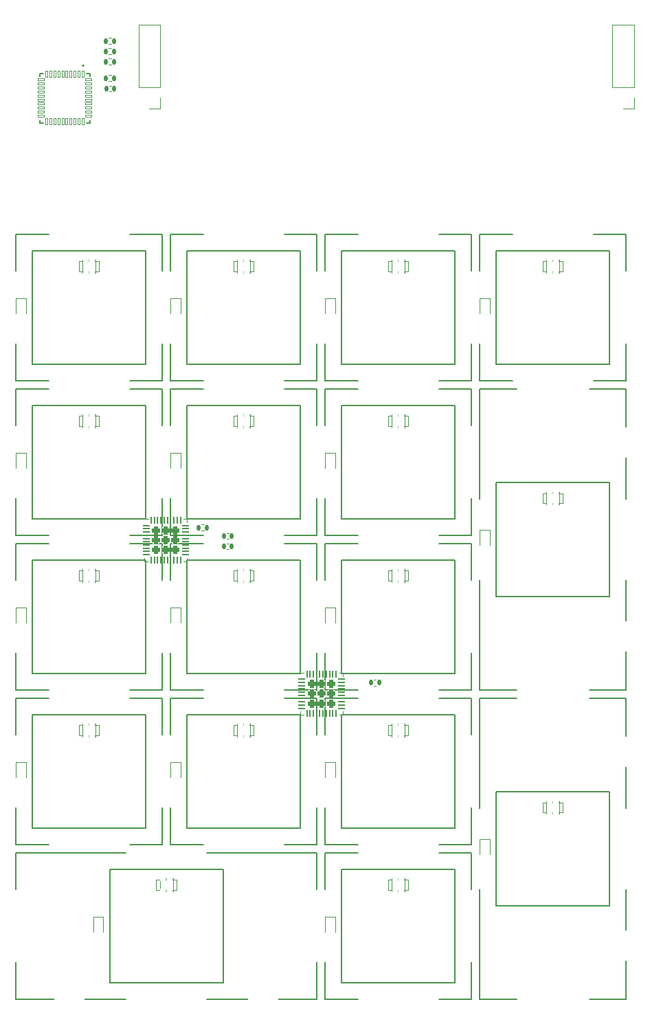
<source format=gto>
G04 #@! TF.GenerationSoftware,KiCad,Pcbnew,(6.0.5)*
G04 #@! TF.CreationDate,2022-07-11T19:37:47+02:00*
G04 #@! TF.ProjectId,Numpad,4e756d70-6164-42e6-9b69-6361645f7063,rev?*
G04 #@! TF.SameCoordinates,Original*
G04 #@! TF.FileFunction,Legend,Top*
G04 #@! TF.FilePolarity,Positive*
%FSLAX46Y46*%
G04 Gerber Fmt 4.6, Leading zero omitted, Abs format (unit mm)*
G04 Created by KiCad (PCBNEW (6.0.5)) date 2022-07-11 19:37:47*
%MOMM*%
%LPD*%
G01*
G04 APERTURE LIST*
G04 Aperture macros list*
%AMRoundRect*
0 Rectangle with rounded corners*
0 $1 Rounding radius*
0 $2 $3 $4 $5 $6 $7 $8 $9 X,Y pos of 4 corners*
0 Add a 4 corners polygon primitive as box body*
4,1,4,$2,$3,$4,$5,$6,$7,$8,$9,$2,$3,0*
0 Add four circle primitives for the rounded corners*
1,1,$1+$1,$2,$3*
1,1,$1+$1,$4,$5*
1,1,$1+$1,$6,$7*
1,1,$1+$1,$8,$9*
0 Add four rect primitives between the rounded corners*
20,1,$1+$1,$2,$3,$4,$5,0*
20,1,$1+$1,$4,$5,$6,$7,0*
20,1,$1+$1,$6,$7,$8,$9,0*
20,1,$1+$1,$8,$9,$2,$3,0*%
G04 Aperture macros list end*
%ADD10C,0.120000*%
%ADD11C,0.150000*%
%ADD12C,0.127000*%
%ADD13C,0.200000*%
%ADD14R,0.700000X0.600000*%
%ADD15C,3.000000*%
%ADD16C,4.000000*%
%ADD17C,3.048000*%
%ADD18C,3.987800*%
%ADD19R,0.650000X0.600000*%
%ADD20RoundRect,0.135000X-0.135000X-0.185000X0.135000X-0.185000X0.135000X0.185000X-0.135000X0.185000X0*%
%ADD21RoundRect,0.135000X0.135000X0.185000X-0.135000X0.185000X-0.135000X-0.185000X0.135000X-0.185000X0*%
%ADD22RoundRect,0.008100X-0.126900X0.421900X-0.126900X-0.421900X0.126900X-0.421900X0.126900X0.421900X0*%
%ADD23RoundRect,0.008100X-0.421900X-0.126900X0.421900X-0.126900X0.421900X0.126900X-0.421900X0.126900X0*%
%ADD24R,4.100000X4.100000*%
%ADD25R,1.700000X1.700000*%
%ADD26O,1.700000X1.700000*%
%ADD27RoundRect,0.140000X-0.140000X-0.170000X0.140000X-0.170000X0.140000X0.170000X-0.140000X0.170000X0*%
%ADD28RoundRect,0.062500X-0.350000X-0.062500X0.350000X-0.062500X0.350000X0.062500X-0.350000X0.062500X0*%
%ADD29RoundRect,0.062500X-0.062500X-0.350000X0.062500X-0.350000X0.062500X0.350000X-0.062500X0.350000X0*%
%ADD30RoundRect,0.242500X-0.242500X-0.242500X0.242500X-0.242500X0.242500X0.242500X-0.242500X0.242500X0*%
%ADD31RoundRect,0.140000X0.140000X0.170000X-0.140000X0.170000X-0.140000X-0.170000X0.140000X-0.170000X0*%
G04 APERTURE END LIST*
D10*
X26689000Y-60610000D02*
X25489000Y-60610000D01*
X25489000Y-62460000D02*
X25489000Y-60610000D01*
X26689000Y-62460000D02*
X26689000Y-60610000D01*
D11*
X48994000Y-128960000D02*
X62544000Y-128960000D01*
D10*
X45264000Y-133520000D02*
X42764000Y-133520000D01*
D11*
X48994000Y-146960000D02*
X62544000Y-146960000D01*
X25494000Y-128960000D02*
X25494000Y-133460000D01*
X25494000Y-146960000D02*
X39044000Y-146960000D01*
X37019000Y-144960000D02*
X37019000Y-130960000D01*
X37019000Y-130960000D02*
X51019000Y-130960000D01*
X25494000Y-142460000D02*
X25494000Y-146960000D01*
X62544000Y-133460000D02*
X62544000Y-128960000D01*
X51019000Y-130960000D02*
X51019000Y-144960000D01*
X51019000Y-144960000D02*
X37019000Y-144960000D01*
D10*
X45264000Y-132270000D02*
X42764000Y-132270000D01*
X42764000Y-132270000D02*
X42764000Y-133520000D01*
X45264000Y-133520000D02*
X45264000Y-132270000D01*
D11*
X25494000Y-128960000D02*
X39044000Y-128960000D01*
X62544000Y-142460000D02*
X62544000Y-146960000D01*
D10*
X71794000Y-95595000D02*
X71794000Y-93995000D01*
X73394000Y-95595000D02*
X73394000Y-93995000D01*
X73394000Y-95595000D02*
X71794000Y-95595000D01*
X71794000Y-93995000D02*
X73394000Y-93995000D01*
X73394000Y-93995000D02*
X73394000Y-95595000D01*
X36930359Y-30606000D02*
X37237641Y-30606000D01*
X36930359Y-29846000D02*
X37237641Y-29846000D01*
X37237641Y-33148000D02*
X36930359Y-33148000D01*
X37237641Y-33908000D02*
X36930359Y-33908000D01*
D12*
X34564000Y-32913000D02*
X34564000Y-33258000D01*
X34564000Y-39013000D02*
X34564000Y-38668000D01*
X28464000Y-39013000D02*
X28464000Y-38668000D01*
X34564000Y-39013000D02*
X34219000Y-39013000D01*
X28464000Y-32913000D02*
X28809000Y-32913000D01*
X28464000Y-39013000D02*
X28809000Y-39013000D01*
X34564000Y-32913000D02*
X34219000Y-32913000D01*
X28464000Y-32913000D02*
X28464000Y-33258000D01*
D13*
X33864000Y-31968000D02*
G75*
G03*
X33864000Y-31968000I-100000J0D01*
G01*
D10*
X45739000Y-98710000D02*
X44539000Y-98710000D01*
X45739000Y-100560000D02*
X45739000Y-98710000D01*
X44539000Y-100560000D02*
X44539000Y-98710000D01*
X69853641Y-108380000D02*
X69546359Y-108380000D01*
X69853641Y-107620000D02*
X69546359Y-107620000D01*
X54789000Y-114470000D02*
X52289000Y-114470000D01*
X54789000Y-114470000D02*
X54789000Y-113220000D01*
D11*
X46539000Y-125915000D02*
X46539000Y-111915000D01*
X44544000Y-109910000D02*
X48544000Y-109910000D01*
X60539000Y-125915000D02*
X46539000Y-125915000D01*
X46539000Y-111915000D02*
X60539000Y-111915000D01*
X44544000Y-123410000D02*
X44544000Y-127910000D01*
X62544000Y-123410000D02*
X62544000Y-127910000D01*
X44544000Y-109910000D02*
X44544000Y-114410000D01*
X62544000Y-109910000D02*
X58544000Y-109910000D01*
X58544000Y-127910000D02*
X62544000Y-127910000D01*
D10*
X54789000Y-113220000D02*
X52289000Y-113220000D01*
D11*
X44544000Y-127910000D02*
X48544000Y-127910000D01*
X62544000Y-114410000D02*
X62544000Y-109910000D01*
X60539000Y-111915000D02*
X60539000Y-125915000D01*
D10*
X52289000Y-113220000D02*
X52289000Y-114470000D01*
X73839000Y-133520000D02*
X71339000Y-133520000D01*
D11*
X63594000Y-128960000D02*
X63594000Y-133460000D01*
X79589000Y-130965000D02*
X79589000Y-144965000D01*
D10*
X73839000Y-132270000D02*
X71339000Y-132270000D01*
D11*
X81594000Y-142460000D02*
X81594000Y-146960000D01*
X63594000Y-128960000D02*
X67594000Y-128960000D01*
X63594000Y-142460000D02*
X63594000Y-146960000D01*
D10*
X71339000Y-132270000D02*
X71339000Y-133520000D01*
D11*
X63594000Y-146960000D02*
X67594000Y-146960000D01*
X81594000Y-128960000D02*
X77594000Y-128960000D01*
X65589000Y-130965000D02*
X79589000Y-130965000D01*
X65589000Y-144965000D02*
X65589000Y-130965000D01*
X77594000Y-146960000D02*
X81594000Y-146960000D01*
D10*
X73839000Y-133520000D02*
X73839000Y-132270000D01*
D11*
X79589000Y-144965000D02*
X65589000Y-144965000D01*
X81594000Y-133460000D02*
X81594000Y-128960000D01*
D10*
X71794000Y-55895000D02*
X73394000Y-55895000D01*
X73394000Y-57495000D02*
X71794000Y-57495000D01*
X71794000Y-57495000D02*
X71794000Y-55895000D01*
X73394000Y-57495000D02*
X73394000Y-55895000D01*
X73394000Y-55895000D02*
X73394000Y-57495000D01*
X35294000Y-114645000D02*
X33694000Y-114645000D01*
X35294000Y-114645000D02*
X35294000Y-113045000D01*
X33694000Y-113045000D02*
X35294000Y-113045000D01*
X33694000Y-114645000D02*
X33694000Y-113045000D01*
X35294000Y-113045000D02*
X35294000Y-114645000D01*
D11*
X44544000Y-52760000D02*
X44544000Y-57260000D01*
X62544000Y-66260000D02*
X62544000Y-70760000D01*
X60539000Y-54765000D02*
X60539000Y-68765000D01*
X62544000Y-57260000D02*
X62544000Y-52760000D01*
D10*
X54789000Y-57320000D02*
X54789000Y-56070000D01*
D11*
X44544000Y-52760000D02*
X48544000Y-52760000D01*
X46539000Y-54765000D02*
X60539000Y-54765000D01*
D10*
X54789000Y-56070000D02*
X52289000Y-56070000D01*
X54789000Y-57320000D02*
X52289000Y-57320000D01*
X52289000Y-56070000D02*
X52289000Y-57320000D01*
D11*
X62544000Y-52760000D02*
X58544000Y-52760000D01*
X60539000Y-68765000D02*
X46539000Y-68765000D01*
X44544000Y-70760000D02*
X48544000Y-70760000D01*
X46539000Y-68765000D02*
X46539000Y-54765000D01*
X58544000Y-70760000D02*
X62544000Y-70760000D01*
X44544000Y-66260000D02*
X44544000Y-70760000D01*
D10*
X25489000Y-81510000D02*
X25489000Y-79660000D01*
X26689000Y-79660000D02*
X25489000Y-79660000D01*
X26689000Y-81510000D02*
X26689000Y-79660000D01*
X64789000Y-98710000D02*
X63589000Y-98710000D01*
X63589000Y-100560000D02*
X63589000Y-98710000D01*
X64789000Y-100560000D02*
X64789000Y-98710000D01*
X63589000Y-62460000D02*
X63589000Y-60610000D01*
X64789000Y-60610000D02*
X63589000Y-60610000D01*
X64789000Y-62460000D02*
X64789000Y-60610000D01*
X54344000Y-57495000D02*
X54344000Y-55895000D01*
X52744000Y-55895000D02*
X54344000Y-55895000D01*
X54344000Y-55895000D02*
X54344000Y-57495000D01*
X54344000Y-57495000D02*
X52744000Y-57495000D01*
X52744000Y-57495000D02*
X52744000Y-55895000D01*
D11*
X84644000Y-135435000D02*
X84644000Y-121435000D01*
X82644000Y-123460000D02*
X82644000Y-109910000D01*
X87144000Y-109910000D02*
X82644000Y-109910000D01*
X96144000Y-146960000D02*
X100644000Y-146960000D01*
D10*
X90389000Y-122745000D02*
X90389000Y-123995000D01*
D11*
X98644000Y-121435000D02*
X98644000Y-135435000D01*
X82644000Y-146960000D02*
X87144000Y-146960000D01*
X82644000Y-146960000D02*
X82644000Y-133410000D01*
X96144000Y-109910000D02*
X100644000Y-109910000D01*
X100644000Y-146960000D02*
X100644000Y-133410000D01*
X84644000Y-121435000D02*
X98644000Y-121435000D01*
X98644000Y-135435000D02*
X84644000Y-135435000D01*
D10*
X92889000Y-123995000D02*
X92889000Y-122745000D01*
X92889000Y-123995000D02*
X90389000Y-123995000D01*
X92889000Y-122745000D02*
X90389000Y-122745000D01*
D11*
X100644000Y-123460000D02*
X100644000Y-109910000D01*
D10*
X33694000Y-95595000D02*
X33694000Y-93995000D01*
X35294000Y-95595000D02*
X35294000Y-93995000D01*
X35294000Y-95595000D02*
X33694000Y-95595000D01*
X33694000Y-93995000D02*
X35294000Y-93995000D01*
X35294000Y-93995000D02*
X35294000Y-95595000D01*
X73394000Y-113045000D02*
X73394000Y-114645000D01*
X71794000Y-113045000D02*
X73394000Y-113045000D01*
X73394000Y-114645000D02*
X73394000Y-113045000D01*
X71794000Y-114645000D02*
X71794000Y-113045000D01*
X73394000Y-114645000D02*
X71794000Y-114645000D01*
X48667641Y-89280000D02*
X48360359Y-89280000D01*
X48667641Y-88520000D02*
X48360359Y-88520000D01*
X54344000Y-76545000D02*
X52744000Y-76545000D01*
X52744000Y-76545000D02*
X52744000Y-74945000D01*
X52744000Y-74945000D02*
X54344000Y-74945000D01*
X54344000Y-74945000D02*
X54344000Y-76545000D01*
X54344000Y-76545000D02*
X54344000Y-74945000D01*
X90389000Y-56070000D02*
X90389000Y-57320000D01*
D11*
X100644000Y-57260000D02*
X100644000Y-52760000D01*
X82644000Y-70760000D02*
X86644000Y-70760000D01*
X100644000Y-66260000D02*
X100644000Y-70760000D01*
D10*
X92889000Y-57320000D02*
X90389000Y-57320000D01*
D11*
X82644000Y-52760000D02*
X82644000Y-57260000D01*
X96644000Y-70760000D02*
X100644000Y-70760000D01*
X82644000Y-52760000D02*
X86644000Y-52760000D01*
X84639000Y-54765000D02*
X98639000Y-54765000D01*
X84639000Y-68765000D02*
X84639000Y-54765000D01*
D10*
X92889000Y-57320000D02*
X92889000Y-56070000D01*
D11*
X98639000Y-68765000D02*
X84639000Y-68765000D01*
X82644000Y-66260000D02*
X82644000Y-70760000D01*
D10*
X92889000Y-56070000D02*
X90389000Y-56070000D01*
D11*
X100644000Y-52760000D02*
X96644000Y-52760000D01*
X98639000Y-54765000D02*
X98639000Y-68765000D01*
D10*
X83839000Y-127285000D02*
X82639000Y-127285000D01*
X83839000Y-129135000D02*
X83839000Y-127285000D01*
X82639000Y-129135000D02*
X82639000Y-127285000D01*
X83839000Y-89185000D02*
X82639000Y-89185000D01*
X83839000Y-91035000D02*
X83839000Y-89185000D01*
X82639000Y-91035000D02*
X82639000Y-89185000D01*
X44819000Y-133695000D02*
X43219000Y-133695000D01*
X43219000Y-132095000D02*
X44819000Y-132095000D01*
X44819000Y-132095000D02*
X44819000Y-133695000D01*
X43219000Y-133695000D02*
X43219000Y-132095000D01*
X44819000Y-133695000D02*
X44819000Y-132095000D01*
X101650000Y-37224000D02*
X100320000Y-37224000D01*
X98990000Y-34624000D02*
X98990000Y-26944000D01*
X101650000Y-35894000D02*
X101650000Y-37224000D01*
X101650000Y-26944000D02*
X98990000Y-26944000D01*
X101650000Y-34624000D02*
X101650000Y-26944000D01*
X101650000Y-34624000D02*
X98990000Y-34624000D01*
X92444000Y-122570000D02*
X92444000Y-124170000D01*
X90844000Y-124170000D02*
X90844000Y-122570000D01*
X92444000Y-124170000D02*
X90844000Y-124170000D01*
X90844000Y-122570000D02*
X92444000Y-122570000D01*
X92444000Y-124170000D02*
X92444000Y-122570000D01*
X54344000Y-113045000D02*
X54344000Y-114645000D01*
X52744000Y-113045000D02*
X54344000Y-113045000D01*
X54344000Y-114645000D02*
X52744000Y-114645000D01*
X52744000Y-114645000D02*
X52744000Y-113045000D01*
X54344000Y-114645000D02*
X54344000Y-113045000D01*
X45739000Y-119610000D02*
X45739000Y-117760000D01*
X44539000Y-119610000D02*
X44539000Y-117760000D01*
X45739000Y-117760000D02*
X44539000Y-117760000D01*
X35014000Y-138660000D02*
X35014000Y-136810000D01*
X36214000Y-136810000D02*
X35014000Y-136810000D01*
X36214000Y-138660000D02*
X36214000Y-136810000D01*
D11*
X84644000Y-97335000D02*
X84644000Y-83335000D01*
X82644000Y-85360000D02*
X82644000Y-71810000D01*
X96144000Y-71810000D02*
X100644000Y-71810000D01*
X82644000Y-108860000D02*
X82644000Y-95310000D01*
X98644000Y-97335000D02*
X84644000Y-97335000D01*
X82644000Y-108860000D02*
X87144000Y-108860000D01*
D10*
X92889000Y-85895000D02*
X90389000Y-85895000D01*
D11*
X100644000Y-108860000D02*
X100644000Y-95310000D01*
D10*
X92889000Y-84645000D02*
X90389000Y-84645000D01*
X92889000Y-85895000D02*
X92889000Y-84645000D01*
D11*
X98644000Y-83335000D02*
X98644000Y-97335000D01*
X96144000Y-108860000D02*
X100644000Y-108860000D01*
X87144000Y-71810000D02*
X82644000Y-71810000D01*
X100644000Y-85360000D02*
X100644000Y-71810000D01*
X84644000Y-83335000D02*
X98644000Y-83335000D01*
D10*
X90389000Y-84645000D02*
X90389000Y-85895000D01*
X35294000Y-76545000D02*
X33694000Y-76545000D01*
X35294000Y-76545000D02*
X35294000Y-74945000D01*
X33694000Y-74945000D02*
X35294000Y-74945000D01*
X35294000Y-74945000D02*
X35294000Y-76545000D01*
X33694000Y-76545000D02*
X33694000Y-74945000D01*
D11*
X63594000Y-109910000D02*
X67594000Y-109910000D01*
X63594000Y-109910000D02*
X63594000Y-114410000D01*
X79589000Y-111915000D02*
X79589000Y-125915000D01*
X63594000Y-123410000D02*
X63594000Y-127910000D01*
X65589000Y-111915000D02*
X79589000Y-111915000D01*
D10*
X73839000Y-114470000D02*
X71339000Y-114470000D01*
X73839000Y-114470000D02*
X73839000Y-113220000D01*
D11*
X63594000Y-127910000D02*
X67594000Y-127910000D01*
X81594000Y-109910000D02*
X77594000Y-109910000D01*
D10*
X73839000Y-113220000D02*
X71339000Y-113220000D01*
D11*
X77594000Y-127910000D02*
X81594000Y-127910000D01*
X79589000Y-125915000D02*
X65589000Y-125915000D01*
X81594000Y-114410000D02*
X81594000Y-109910000D01*
D10*
X71339000Y-113220000D02*
X71339000Y-114470000D01*
D11*
X65589000Y-125915000D02*
X65589000Y-111915000D01*
X81594000Y-123410000D02*
X81594000Y-127910000D01*
X43494000Y-76310000D02*
X43494000Y-71810000D01*
X27489000Y-87815000D02*
X27489000Y-73815000D01*
D10*
X35739000Y-76370000D02*
X35739000Y-75120000D01*
X35739000Y-75120000D02*
X33239000Y-75120000D01*
X35739000Y-76370000D02*
X33239000Y-76370000D01*
D11*
X39494000Y-89810000D02*
X43494000Y-89810000D01*
X25494000Y-89810000D02*
X29494000Y-89810000D01*
X43494000Y-71810000D02*
X39494000Y-71810000D01*
X43494000Y-85310000D02*
X43494000Y-89810000D01*
X41489000Y-73815000D02*
X41489000Y-87815000D01*
X25494000Y-71810000D02*
X25494000Y-76310000D01*
D10*
X33239000Y-75120000D02*
X33239000Y-76370000D01*
D11*
X41489000Y-87815000D02*
X27489000Y-87815000D01*
X25494000Y-71810000D02*
X29494000Y-71810000D01*
X25494000Y-85310000D02*
X25494000Y-89810000D01*
X27489000Y-73815000D02*
X41489000Y-73815000D01*
D10*
X64789000Y-119610000D02*
X64789000Y-117760000D01*
X64789000Y-117760000D02*
X63589000Y-117760000D01*
X63589000Y-119610000D02*
X63589000Y-117760000D01*
X73394000Y-133695000D02*
X71794000Y-133695000D01*
X73394000Y-132095000D02*
X73394000Y-133695000D01*
X71794000Y-132095000D02*
X73394000Y-132095000D01*
X71794000Y-133695000D02*
X71794000Y-132095000D01*
X73394000Y-133695000D02*
X73394000Y-132095000D01*
X90844000Y-57495000D02*
X90844000Y-55895000D01*
X90844000Y-55895000D02*
X92444000Y-55895000D01*
X92444000Y-57495000D02*
X90844000Y-57495000D01*
X92444000Y-55895000D02*
X92444000Y-57495000D01*
X92444000Y-57495000D02*
X92444000Y-55895000D01*
X35294000Y-57495000D02*
X35294000Y-55895000D01*
X33694000Y-57495000D02*
X33694000Y-55895000D01*
X35294000Y-55895000D02*
X35294000Y-57495000D01*
X35294000Y-57495000D02*
X33694000Y-57495000D01*
X33694000Y-55895000D02*
X35294000Y-55895000D01*
X25489000Y-119610000D02*
X25489000Y-117760000D01*
X26689000Y-117760000D02*
X25489000Y-117760000D01*
X26689000Y-119610000D02*
X26689000Y-117760000D01*
X64789000Y-81510000D02*
X64789000Y-79660000D01*
X63589000Y-81510000D02*
X63589000Y-79660000D01*
X64789000Y-79660000D02*
X63589000Y-79660000D01*
D11*
X27489000Y-92865000D02*
X41489000Y-92865000D01*
D10*
X35739000Y-95420000D02*
X33239000Y-95420000D01*
D11*
X25494000Y-104360000D02*
X25494000Y-108860000D01*
X43494000Y-90860000D02*
X39494000Y-90860000D01*
X43494000Y-104360000D02*
X43494000Y-108860000D01*
D10*
X35739000Y-95420000D02*
X35739000Y-94170000D01*
D11*
X25494000Y-90860000D02*
X29494000Y-90860000D01*
X25494000Y-108860000D02*
X29494000Y-108860000D01*
X41489000Y-106865000D02*
X27489000Y-106865000D01*
X25494000Y-90860000D02*
X25494000Y-95360000D01*
X43494000Y-95360000D02*
X43494000Y-90860000D01*
D10*
X33239000Y-94170000D02*
X33239000Y-95420000D01*
D11*
X39494000Y-108860000D02*
X43494000Y-108860000D01*
D10*
X35739000Y-94170000D02*
X33239000Y-94170000D01*
D11*
X27489000Y-106865000D02*
X27489000Y-92865000D01*
X41489000Y-92865000D02*
X41489000Y-106865000D01*
D10*
X45739000Y-62460000D02*
X45739000Y-60610000D01*
X45739000Y-60610000D02*
X44539000Y-60610000D01*
X44539000Y-62460000D02*
X44539000Y-60610000D01*
X36930359Y-29336000D02*
X37237641Y-29336000D01*
X36930359Y-28576000D02*
X37237641Y-28576000D01*
X37237641Y-31116000D02*
X36930359Y-31116000D01*
X37237641Y-31876000D02*
X36930359Y-31876000D01*
X35739000Y-113220000D02*
X33239000Y-113220000D01*
D11*
X43494000Y-114410000D02*
X43494000Y-109910000D01*
X27489000Y-125915000D02*
X27489000Y-111915000D01*
X41489000Y-125915000D02*
X27489000Y-125915000D01*
X25494000Y-127910000D02*
X29494000Y-127910000D01*
X27489000Y-111915000D02*
X41489000Y-111915000D01*
X41489000Y-111915000D02*
X41489000Y-125915000D01*
D10*
X35739000Y-114470000D02*
X35739000Y-113220000D01*
X33239000Y-113220000D02*
X33239000Y-114470000D01*
D11*
X25494000Y-109910000D02*
X29494000Y-109910000D01*
X43494000Y-109910000D02*
X39494000Y-109910000D01*
X25494000Y-109910000D02*
X25494000Y-114410000D01*
X43494000Y-123410000D02*
X43494000Y-127910000D01*
D10*
X35739000Y-114470000D02*
X33239000Y-114470000D01*
D11*
X39494000Y-127910000D02*
X43494000Y-127910000D01*
X25494000Y-123410000D02*
X25494000Y-127910000D01*
D10*
X52744000Y-95595000D02*
X52744000Y-93995000D01*
X52744000Y-93995000D02*
X54344000Y-93995000D01*
X54344000Y-95595000D02*
X52744000Y-95595000D01*
X54344000Y-95595000D02*
X54344000Y-93995000D01*
X54344000Y-93995000D02*
X54344000Y-95595000D01*
X36976164Y-35158000D02*
X37191836Y-35158000D01*
X36976164Y-34438000D02*
X37191836Y-34438000D01*
X92444000Y-84470000D02*
X92444000Y-86070000D01*
X90844000Y-84470000D02*
X92444000Y-84470000D01*
X90844000Y-86070000D02*
X90844000Y-84470000D01*
X92444000Y-86070000D02*
X92444000Y-84470000D01*
X92444000Y-86070000D02*
X90844000Y-86070000D01*
X82639000Y-62460000D02*
X82639000Y-60610000D01*
X83839000Y-62460000D02*
X83839000Y-60610000D01*
X83839000Y-60610000D02*
X82639000Y-60610000D01*
X25489000Y-100560000D02*
X25489000Y-98710000D01*
X26689000Y-98710000D02*
X25489000Y-98710000D01*
X26689000Y-100560000D02*
X26689000Y-98710000D01*
D11*
X62544000Y-95360000D02*
X62544000Y-90860000D01*
X44544000Y-90860000D02*
X44544000Y-95360000D01*
X62544000Y-104360000D02*
X62544000Y-108860000D01*
D10*
X54789000Y-95420000D02*
X52289000Y-95420000D01*
X54789000Y-95420000D02*
X54789000Y-94170000D01*
D11*
X58544000Y-108860000D02*
X62544000Y-108860000D01*
X62544000Y-90860000D02*
X58544000Y-90860000D01*
X60539000Y-106865000D02*
X46539000Y-106865000D01*
X46539000Y-106865000D02*
X46539000Y-92865000D01*
D10*
X52289000Y-94170000D02*
X52289000Y-95420000D01*
D11*
X44544000Y-108860000D02*
X48544000Y-108860000D01*
D10*
X54789000Y-94170000D02*
X52289000Y-94170000D01*
D11*
X44544000Y-90860000D02*
X48544000Y-90860000D01*
X60539000Y-92865000D02*
X60539000Y-106865000D01*
X46539000Y-92865000D02*
X60539000Y-92865000D01*
X44544000Y-104360000D02*
X44544000Y-108860000D01*
D10*
X46552000Y-87814000D02*
X46552000Y-88239000D01*
X46127000Y-87814000D02*
X46552000Y-87814000D01*
X41757000Y-87814000D02*
X41332000Y-87814000D01*
X46127000Y-93034000D02*
X46552000Y-93034000D01*
X41757000Y-93034000D02*
X41332000Y-93034000D01*
X46552000Y-93034000D02*
X46552000Y-92609000D01*
X41332000Y-93034000D02*
X41332000Y-92609000D01*
X65729000Y-106737000D02*
X65729000Y-107162000D01*
X65304000Y-111957000D02*
X65729000Y-111957000D01*
X60934000Y-111957000D02*
X60509000Y-111957000D01*
X65304000Y-106737000D02*
X65729000Y-106737000D01*
X65729000Y-111957000D02*
X65729000Y-111532000D01*
X60934000Y-106737000D02*
X60509000Y-106737000D01*
X60509000Y-111957000D02*
X60509000Y-111532000D01*
D11*
X65589000Y-92865000D02*
X79589000Y-92865000D01*
X81594000Y-90860000D02*
X77594000Y-90860000D01*
X65589000Y-106865000D02*
X65589000Y-92865000D01*
D10*
X73839000Y-95420000D02*
X73839000Y-94170000D01*
D11*
X63594000Y-90860000D02*
X63594000Y-95360000D01*
X79589000Y-106865000D02*
X65589000Y-106865000D01*
X63594000Y-104360000D02*
X63594000Y-108860000D01*
X63594000Y-90860000D02*
X67594000Y-90860000D01*
D10*
X73839000Y-94170000D02*
X71339000Y-94170000D01*
D11*
X63594000Y-108860000D02*
X67594000Y-108860000D01*
X81594000Y-95360000D02*
X81594000Y-90860000D01*
X79589000Y-92865000D02*
X79589000Y-106865000D01*
D10*
X71339000Y-94170000D02*
X71339000Y-95420000D01*
X73839000Y-95420000D02*
X71339000Y-95420000D01*
D11*
X77594000Y-108860000D02*
X81594000Y-108860000D01*
X81594000Y-104360000D02*
X81594000Y-108860000D01*
D10*
X51708164Y-90826000D02*
X51492492Y-90826000D01*
X51708164Y-91546000D02*
X51492492Y-91546000D01*
D11*
X81594000Y-66260000D02*
X81594000Y-70760000D01*
X81594000Y-57260000D02*
X81594000Y-52760000D01*
D10*
X71339000Y-56070000D02*
X71339000Y-57320000D01*
D11*
X63594000Y-66260000D02*
X63594000Y-70760000D01*
X63594000Y-52760000D02*
X63594000Y-57260000D01*
X65589000Y-54765000D02*
X79589000Y-54765000D01*
X79589000Y-68765000D02*
X65589000Y-68765000D01*
X79589000Y-54765000D02*
X79589000Y-68765000D01*
X63594000Y-52760000D02*
X67594000Y-52760000D01*
D10*
X73839000Y-56070000D02*
X71339000Y-56070000D01*
X73839000Y-57320000D02*
X71339000Y-57320000D01*
D11*
X65589000Y-68765000D02*
X65589000Y-54765000D01*
X63594000Y-70760000D02*
X67594000Y-70760000D01*
X77594000Y-70760000D02*
X81594000Y-70760000D01*
X81594000Y-52760000D02*
X77594000Y-52760000D01*
D10*
X73839000Y-57320000D02*
X73839000Y-56070000D01*
D11*
X60539000Y-73815000D02*
X60539000Y-87815000D01*
D10*
X54789000Y-76370000D02*
X54789000Y-75120000D01*
D11*
X60539000Y-87815000D02*
X46539000Y-87815000D01*
X44544000Y-71810000D02*
X48544000Y-71810000D01*
D10*
X54789000Y-76370000D02*
X52289000Y-76370000D01*
D11*
X62544000Y-85310000D02*
X62544000Y-89810000D01*
X44544000Y-89810000D02*
X48544000Y-89810000D01*
X44544000Y-71810000D02*
X44544000Y-76310000D01*
D10*
X52289000Y-75120000D02*
X52289000Y-76370000D01*
D11*
X46539000Y-87815000D02*
X46539000Y-73815000D01*
X58544000Y-89810000D02*
X62544000Y-89810000D01*
X62544000Y-76310000D02*
X62544000Y-71810000D01*
X46539000Y-73815000D02*
X60539000Y-73815000D01*
X62544000Y-71810000D02*
X58544000Y-71810000D01*
D10*
X54789000Y-75120000D02*
X52289000Y-75120000D01*
D11*
X44544000Y-85310000D02*
X44544000Y-89810000D01*
D10*
X43256000Y-37224000D02*
X41926000Y-37224000D01*
X40596000Y-34624000D02*
X40596000Y-26944000D01*
X43256000Y-34624000D02*
X40596000Y-34624000D01*
X43256000Y-34624000D02*
X43256000Y-26944000D01*
X43256000Y-26944000D02*
X40596000Y-26944000D01*
X43256000Y-35894000D02*
X43256000Y-37224000D01*
X73394000Y-74945000D02*
X73394000Y-76545000D01*
X73394000Y-76545000D02*
X71794000Y-76545000D01*
X73394000Y-76545000D02*
X73394000Y-74945000D01*
X71794000Y-74945000D02*
X73394000Y-74945000D01*
X71794000Y-76545000D02*
X71794000Y-74945000D01*
X51708164Y-89556000D02*
X51492492Y-89556000D01*
X51708164Y-90276000D02*
X51492492Y-90276000D01*
D11*
X41489000Y-54765000D02*
X41489000Y-68765000D01*
D10*
X35739000Y-57320000D02*
X35739000Y-56070000D01*
D11*
X25494000Y-66260000D02*
X25494000Y-70760000D01*
X25494000Y-70760000D02*
X29494000Y-70760000D01*
X43494000Y-57260000D02*
X43494000Y-52760000D01*
D10*
X35739000Y-57320000D02*
X33239000Y-57320000D01*
D11*
X27489000Y-68765000D02*
X27489000Y-54765000D01*
X39494000Y-70760000D02*
X43494000Y-70760000D01*
D10*
X33239000Y-56070000D02*
X33239000Y-57320000D01*
X35739000Y-56070000D02*
X33239000Y-56070000D01*
D11*
X27489000Y-54765000D02*
X41489000Y-54765000D01*
X25494000Y-52760000D02*
X25494000Y-57260000D01*
X43494000Y-66260000D02*
X43494000Y-70760000D01*
X41489000Y-68765000D02*
X27489000Y-68765000D01*
X25494000Y-52760000D02*
X29494000Y-52760000D01*
X43494000Y-52760000D02*
X39494000Y-52760000D01*
D10*
X64789000Y-136810000D02*
X63589000Y-136810000D01*
X63589000Y-138660000D02*
X63589000Y-136810000D01*
X64789000Y-138660000D02*
X64789000Y-136810000D01*
D11*
X63594000Y-89810000D02*
X67594000Y-89810000D01*
X81594000Y-71810000D02*
X77594000Y-71810000D01*
D10*
X73839000Y-76370000D02*
X71339000Y-76370000D01*
D11*
X63594000Y-71810000D02*
X67594000Y-71810000D01*
X79589000Y-87815000D02*
X65589000Y-87815000D01*
D10*
X73839000Y-75120000D02*
X71339000Y-75120000D01*
D11*
X81594000Y-76310000D02*
X81594000Y-71810000D01*
X81594000Y-85310000D02*
X81594000Y-89810000D01*
X63594000Y-85310000D02*
X63594000Y-89810000D01*
D10*
X73839000Y-76370000D02*
X73839000Y-75120000D01*
D11*
X63594000Y-71810000D02*
X63594000Y-76310000D01*
D10*
X71339000Y-75120000D02*
X71339000Y-76370000D01*
D11*
X77594000Y-89810000D02*
X81594000Y-89810000D01*
X65589000Y-73815000D02*
X79589000Y-73815000D01*
X79589000Y-73815000D02*
X79589000Y-87815000D01*
X65589000Y-87815000D02*
X65589000Y-73815000D01*
D10*
X45739000Y-81510000D02*
X45739000Y-79660000D01*
X44539000Y-81510000D02*
X44539000Y-79660000D01*
X45739000Y-79660000D02*
X44539000Y-79660000D01*
%LPC*%
D14*
X26089000Y-61060000D03*
X26089000Y-62460000D03*
D15*
X47829000Y-140500000D03*
D16*
X44019000Y-137960000D03*
D17*
X55957000Y-130975000D03*
D18*
X32081000Y-146215000D03*
X55957000Y-146215000D03*
D15*
X41479000Y-143040000D03*
D17*
X32081000Y-130975000D03*
D19*
X72194000Y-94095000D03*
X72194000Y-95495000D03*
X72994000Y-94095000D03*
X72994000Y-95495000D03*
D20*
X36574000Y-30226000D03*
X37594000Y-30226000D03*
D21*
X37594000Y-33528000D03*
X36574000Y-33528000D03*
D22*
X33764000Y-33028000D03*
X33264000Y-33028000D03*
X32764000Y-33028000D03*
X32264000Y-33028000D03*
X31764000Y-33028000D03*
X31264000Y-33028000D03*
X30764000Y-33028000D03*
X30264000Y-33028000D03*
X29764000Y-33028000D03*
X29264000Y-33028000D03*
D23*
X28579000Y-33713000D03*
X28579000Y-34213000D03*
X28579000Y-34713000D03*
X28579000Y-35213000D03*
X28579000Y-35713000D03*
X28579000Y-36213000D03*
X28579000Y-36713000D03*
X28579000Y-37213000D03*
X28579000Y-37713000D03*
X28579000Y-38213000D03*
D22*
X29264000Y-38898000D03*
X29764000Y-38898000D03*
X30264000Y-38898000D03*
X30764000Y-38898000D03*
X31264000Y-38898000D03*
X31764000Y-38898000D03*
X32264000Y-38898000D03*
X32764000Y-38898000D03*
X33264000Y-38898000D03*
X33764000Y-38898000D03*
D23*
X34449000Y-38213000D03*
X34449000Y-37713000D03*
X34449000Y-37213000D03*
X34449000Y-36713000D03*
X34449000Y-36213000D03*
X34449000Y-35713000D03*
X34449000Y-35213000D03*
X34449000Y-34713000D03*
X34449000Y-34213000D03*
X34449000Y-33713000D03*
D24*
X31514000Y-35963000D03*
D14*
X45139000Y-99160000D03*
X45139000Y-100560000D03*
D21*
X69190000Y-108000000D03*
X70210000Y-108000000D03*
D15*
X50999000Y-123995000D03*
D16*
X53539000Y-118915000D03*
D15*
X57349000Y-121455000D03*
X76399000Y-140505000D03*
D16*
X72589000Y-137965000D03*
D15*
X70049000Y-143045000D03*
D19*
X72194000Y-55995000D03*
X72194000Y-57395000D03*
X72994000Y-55995000D03*
X72994000Y-57395000D03*
X34094000Y-113145000D03*
X34094000Y-114545000D03*
X34894000Y-113145000D03*
X34894000Y-114545000D03*
D16*
X53539000Y-61765000D03*
D15*
X50999000Y-66845000D03*
X57349000Y-64305000D03*
D14*
X26089000Y-80110000D03*
X26089000Y-81510000D03*
X64189000Y-99160000D03*
X64189000Y-100560000D03*
X64189000Y-61060000D03*
X64189000Y-62460000D03*
D19*
X53144000Y-55995000D03*
X53144000Y-57395000D03*
X53944000Y-55995000D03*
X53944000Y-57395000D03*
D17*
X84659000Y-140373000D03*
D15*
X95454000Y-130975000D03*
X89104000Y-133515000D03*
D17*
X84659000Y-116497000D03*
D16*
X91644000Y-128435000D03*
D18*
X99899000Y-140373000D03*
X99899000Y-116497000D03*
D19*
X34094000Y-94095000D03*
X34094000Y-95495000D03*
X34894000Y-94095000D03*
X34894000Y-95495000D03*
X72194000Y-113145000D03*
X72194000Y-114545000D03*
X72994000Y-113145000D03*
X72994000Y-114545000D03*
D21*
X49024000Y-88900000D03*
X48004000Y-88900000D03*
D19*
X53144000Y-75045000D03*
X53144000Y-76445000D03*
X53944000Y-75045000D03*
X53944000Y-76445000D03*
D15*
X89099000Y-66845000D03*
X95449000Y-64305000D03*
D16*
X91639000Y-61765000D03*
D14*
X83239000Y-127735000D03*
X83239000Y-129135000D03*
X83239000Y-89635000D03*
X83239000Y-91035000D03*
D19*
X43619000Y-132195000D03*
X43619000Y-133595000D03*
X44419000Y-132195000D03*
X44419000Y-133595000D03*
D25*
X100320000Y-35894000D03*
D26*
X100320000Y-33354000D03*
X100320000Y-30814000D03*
X100320000Y-28274000D03*
D19*
X91244000Y-122670000D03*
X91244000Y-124070000D03*
X92044000Y-122670000D03*
X92044000Y-124070000D03*
X53144000Y-113145000D03*
X53144000Y-114545000D03*
X53944000Y-113145000D03*
X53944000Y-114545000D03*
D14*
X45139000Y-118210000D03*
X45139000Y-119610000D03*
X35614000Y-137260000D03*
X35614000Y-138660000D03*
D15*
X95454000Y-92875000D03*
D18*
X99899000Y-102273000D03*
D17*
X84659000Y-78397000D03*
D16*
X91644000Y-90335000D03*
D15*
X89104000Y-95415000D03*
D17*
X84659000Y-102273000D03*
D18*
X99899000Y-78397000D03*
D19*
X34094000Y-75045000D03*
X34094000Y-76445000D03*
X34894000Y-75045000D03*
X34894000Y-76445000D03*
D15*
X76399000Y-121455000D03*
D16*
X72589000Y-118915000D03*
D15*
X70049000Y-123995000D03*
D16*
X34489000Y-80815000D03*
D15*
X38299000Y-83355000D03*
X31949000Y-85895000D03*
D14*
X64189000Y-118210000D03*
X64189000Y-119610000D03*
D19*
X72194000Y-132195000D03*
X72194000Y-133595000D03*
X72994000Y-132195000D03*
X72994000Y-133595000D03*
X91244000Y-55995000D03*
X91244000Y-57395000D03*
X92044000Y-55995000D03*
X92044000Y-57395000D03*
X34094000Y-55995000D03*
X34094000Y-57395000D03*
X34894000Y-55995000D03*
X34894000Y-57395000D03*
D14*
X26089000Y-118210000D03*
X26089000Y-119610000D03*
X64189000Y-80110000D03*
X64189000Y-81510000D03*
D15*
X31949000Y-104945000D03*
X38299000Y-102405000D03*
D16*
X34489000Y-99865000D03*
D14*
X45139000Y-61060000D03*
X45139000Y-62460000D03*
D20*
X36574000Y-28956000D03*
X37594000Y-28956000D03*
D21*
X37594000Y-31496000D03*
X36574000Y-31496000D03*
D15*
X38299000Y-121455000D03*
D16*
X34489000Y-118915000D03*
D15*
X31949000Y-123995000D03*
D19*
X53144000Y-94095000D03*
X53144000Y-95495000D03*
X53944000Y-94095000D03*
X53944000Y-95495000D03*
D27*
X36604000Y-34798000D03*
X37564000Y-34798000D03*
D19*
X91244000Y-84570000D03*
X91244000Y-85970000D03*
X92044000Y-84570000D03*
X92044000Y-85970000D03*
D14*
X83239000Y-61060000D03*
X83239000Y-62460000D03*
X26089000Y-99160000D03*
X26089000Y-100560000D03*
D15*
X50999000Y-104945000D03*
X57349000Y-102405000D03*
D16*
X53539000Y-99865000D03*
D28*
X41504500Y-88624000D03*
X41504500Y-89024000D03*
X41504500Y-89424000D03*
X41504500Y-89824000D03*
X41504500Y-90224000D03*
X41504500Y-90624000D03*
X41504500Y-91024000D03*
X41504500Y-91424000D03*
X41504500Y-91824000D03*
X41504500Y-92224000D03*
D29*
X42142000Y-92861500D03*
X42542000Y-92861500D03*
X42942000Y-92861500D03*
X43342000Y-92861500D03*
X43742000Y-92861500D03*
X44142000Y-92861500D03*
X44542000Y-92861500D03*
X44942000Y-92861500D03*
X45342000Y-92861500D03*
X45742000Y-92861500D03*
D28*
X46379500Y-92224000D03*
X46379500Y-91824000D03*
D30*
X45142000Y-90424000D03*
X43942000Y-91624000D03*
X43942000Y-90424000D03*
X45142000Y-89224000D03*
X42742000Y-90424000D03*
X45142000Y-91624000D03*
X42742000Y-91624000D03*
X42742000Y-89224000D03*
X43942000Y-89224000D03*
D28*
X46379500Y-91424000D03*
X46379500Y-91024000D03*
X46379500Y-90624000D03*
X46379500Y-90224000D03*
X46379500Y-89824000D03*
X46379500Y-89424000D03*
X46379500Y-89024000D03*
X46379500Y-88624000D03*
D29*
X45742000Y-87986500D03*
X45342000Y-87986500D03*
X44942000Y-87986500D03*
X44542000Y-87986500D03*
X44142000Y-87986500D03*
X43742000Y-87986500D03*
X43342000Y-87986500D03*
X42942000Y-87986500D03*
X42542000Y-87986500D03*
X42142000Y-87986500D03*
D28*
X60681500Y-107547000D03*
X60681500Y-107947000D03*
X60681500Y-108347000D03*
X60681500Y-108747000D03*
X60681500Y-109147000D03*
X60681500Y-109547000D03*
X60681500Y-109947000D03*
X60681500Y-110347000D03*
X60681500Y-110747000D03*
X60681500Y-111147000D03*
D29*
X61319000Y-111784500D03*
X61719000Y-111784500D03*
X62119000Y-111784500D03*
X62519000Y-111784500D03*
X62919000Y-111784500D03*
X63319000Y-111784500D03*
X63719000Y-111784500D03*
X64119000Y-111784500D03*
X64519000Y-111784500D03*
X64919000Y-111784500D03*
D28*
X65556500Y-111147000D03*
X65556500Y-110747000D03*
D30*
X63119000Y-109347000D03*
X64319000Y-108147000D03*
X64319000Y-109347000D03*
X61919000Y-108147000D03*
D28*
X65556500Y-110347000D03*
D30*
X63119000Y-110547000D03*
X63119000Y-108147000D03*
X61919000Y-109347000D03*
X61919000Y-110547000D03*
X64319000Y-110547000D03*
D28*
X65556500Y-109947000D03*
X65556500Y-109547000D03*
X65556500Y-109147000D03*
X65556500Y-108747000D03*
X65556500Y-108347000D03*
X65556500Y-107947000D03*
X65556500Y-107547000D03*
D29*
X64919000Y-106909500D03*
X64519000Y-106909500D03*
X64119000Y-106909500D03*
X63719000Y-106909500D03*
X63319000Y-106909500D03*
X62919000Y-106909500D03*
X62519000Y-106909500D03*
X62119000Y-106909500D03*
X61719000Y-106909500D03*
X61319000Y-106909500D03*
D16*
X72589000Y-99865000D03*
D15*
X76399000Y-102405000D03*
X70049000Y-104945000D03*
D31*
X52080328Y-91186000D03*
X51120328Y-91186000D03*
D16*
X72589000Y-61765000D03*
D15*
X70049000Y-66845000D03*
X76399000Y-64305000D03*
D16*
X53539000Y-80815000D03*
D15*
X50999000Y-85895000D03*
X57349000Y-83355000D03*
D25*
X41926000Y-35894000D03*
D26*
X41926000Y-33354000D03*
X41926000Y-30814000D03*
X41926000Y-28274000D03*
D19*
X72194000Y-75045000D03*
X72194000Y-76445000D03*
X72994000Y-75045000D03*
X72994000Y-76445000D03*
D31*
X52080328Y-89916000D03*
X51120328Y-89916000D03*
D16*
X34489000Y-61765000D03*
D15*
X31949000Y-66845000D03*
X38299000Y-64305000D03*
D14*
X64189000Y-137260000D03*
X64189000Y-138660000D03*
D15*
X76399000Y-83355000D03*
X70049000Y-85895000D03*
D16*
X72589000Y-80815000D03*
D14*
X45139000Y-80110000D03*
X45139000Y-81510000D03*
M02*

</source>
